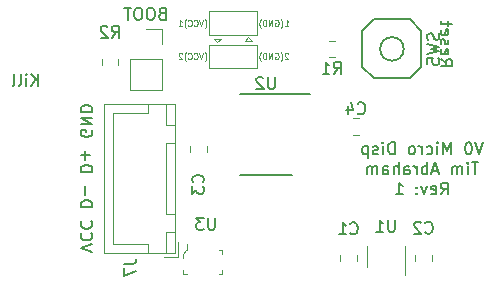
<source format=gbr>
G04 #@! TF.GenerationSoftware,KiCad,Pcbnew,(5.1.5)-3*
G04 #@! TF.CreationDate,2020-07-01T01:16:44-04:00*
G04 #@! TF.ProjectId,V0_Micro_Display,56305f4d-6963-4726-9f5f-446973706c61,rev?*
G04 #@! TF.SameCoordinates,Original*
G04 #@! TF.FileFunction,Legend,Bot*
G04 #@! TF.FilePolarity,Positive*
%FSLAX46Y46*%
G04 Gerber Fmt 4.6, Leading zero omitted, Abs format (unit mm)*
G04 Created by KiCad (PCBNEW (5.1.5)-3) date 2020-07-01 01:16:44*
%MOMM*%
%LPD*%
G04 APERTURE LIST*
%ADD10C,0.200000*%
%ADD11C,0.150000*%
%ADD12C,0.100000*%
%ADD13C,0.120000*%
G04 APERTURE END LIST*
D10*
X18374666Y-680380D02*
X18041333Y-1680380D01*
X17708000Y-680380D01*
X17184190Y-680380D02*
X17088952Y-680380D01*
X16993714Y-728000D01*
X16946095Y-775619D01*
X16898476Y-870857D01*
X16850857Y-1061333D01*
X16850857Y-1299428D01*
X16898476Y-1489904D01*
X16946095Y-1585142D01*
X16993714Y-1632761D01*
X17088952Y-1680380D01*
X17184190Y-1680380D01*
X17279428Y-1632761D01*
X17327047Y-1585142D01*
X17374666Y-1489904D01*
X17422285Y-1299428D01*
X17422285Y-1061333D01*
X17374666Y-870857D01*
X17327047Y-775619D01*
X17279428Y-728000D01*
X17184190Y-680380D01*
X15660380Y-1680380D02*
X15660380Y-680380D01*
X15327047Y-1394666D01*
X14993714Y-680380D01*
X14993714Y-1680380D01*
X14517523Y-1680380D02*
X14517523Y-1013714D01*
X14517523Y-680380D02*
X14565142Y-728000D01*
X14517523Y-775619D01*
X14469904Y-728000D01*
X14517523Y-680380D01*
X14517523Y-775619D01*
X13612761Y-1632761D02*
X13708000Y-1680380D01*
X13898476Y-1680380D01*
X13993714Y-1632761D01*
X14041333Y-1585142D01*
X14088952Y-1489904D01*
X14088952Y-1204190D01*
X14041333Y-1108952D01*
X13993714Y-1061333D01*
X13898476Y-1013714D01*
X13708000Y-1013714D01*
X13612761Y-1061333D01*
X13184190Y-1680380D02*
X13184190Y-1013714D01*
X13184190Y-1204190D02*
X13136571Y-1108952D01*
X13088952Y-1061333D01*
X12993714Y-1013714D01*
X12898476Y-1013714D01*
X12422285Y-1680380D02*
X12517523Y-1632761D01*
X12565142Y-1585142D01*
X12612761Y-1489904D01*
X12612761Y-1204190D01*
X12565142Y-1108952D01*
X12517523Y-1061333D01*
X12422285Y-1013714D01*
X12279428Y-1013714D01*
X12184190Y-1061333D01*
X12136571Y-1108952D01*
X12088952Y-1204190D01*
X12088952Y-1489904D01*
X12136571Y-1585142D01*
X12184190Y-1632761D01*
X12279428Y-1680380D01*
X12422285Y-1680380D01*
X10898476Y-1680380D02*
X10898476Y-680380D01*
X10660380Y-680380D01*
X10517523Y-728000D01*
X10422285Y-823238D01*
X10374666Y-918476D01*
X10327047Y-1108952D01*
X10327047Y-1251809D01*
X10374666Y-1442285D01*
X10422285Y-1537523D01*
X10517523Y-1632761D01*
X10660380Y-1680380D01*
X10898476Y-1680380D01*
X9898476Y-1680380D02*
X9898476Y-1013714D01*
X9898476Y-680380D02*
X9946095Y-728000D01*
X9898476Y-775619D01*
X9850857Y-728000D01*
X9898476Y-680380D01*
X9898476Y-775619D01*
X9469904Y-1632761D02*
X9374666Y-1680380D01*
X9184190Y-1680380D01*
X9088952Y-1632761D01*
X9041333Y-1537523D01*
X9041333Y-1489904D01*
X9088952Y-1394666D01*
X9184190Y-1347047D01*
X9327047Y-1347047D01*
X9422285Y-1299428D01*
X9469904Y-1204190D01*
X9469904Y-1156571D01*
X9422285Y-1061333D01*
X9327047Y-1013714D01*
X9184190Y-1013714D01*
X9088952Y-1061333D01*
X8612761Y-1013714D02*
X8612761Y-2013714D01*
X8612761Y-1061333D02*
X8517523Y-1013714D01*
X8327047Y-1013714D01*
X8231809Y-1061333D01*
X8184190Y-1108952D01*
X8136571Y-1204190D01*
X8136571Y-1489904D01*
X8184190Y-1585142D01*
X8231809Y-1632761D01*
X8327047Y-1680380D01*
X8517523Y-1680380D01*
X8612761Y-1632761D01*
X17993714Y-2380380D02*
X17422285Y-2380380D01*
X17708000Y-3380380D02*
X17708000Y-2380380D01*
X17088952Y-3380380D02*
X17088952Y-2713714D01*
X17088952Y-2380380D02*
X17136571Y-2428000D01*
X17088952Y-2475619D01*
X17041333Y-2428000D01*
X17088952Y-2380380D01*
X17088952Y-2475619D01*
X16612761Y-3380380D02*
X16612761Y-2713714D01*
X16612761Y-2808952D02*
X16565142Y-2761333D01*
X16469904Y-2713714D01*
X16327047Y-2713714D01*
X16231809Y-2761333D01*
X16184190Y-2856571D01*
X16184190Y-3380380D01*
X16184190Y-2856571D02*
X16136571Y-2761333D01*
X16041333Y-2713714D01*
X15898476Y-2713714D01*
X15803238Y-2761333D01*
X15755619Y-2856571D01*
X15755619Y-3380380D01*
X14565142Y-3094666D02*
X14088952Y-3094666D01*
X14660380Y-3380380D02*
X14327047Y-2380380D01*
X13993714Y-3380380D01*
X13660380Y-3380380D02*
X13660380Y-2380380D01*
X13660380Y-2761333D02*
X13565142Y-2713714D01*
X13374666Y-2713714D01*
X13279428Y-2761333D01*
X13231809Y-2808952D01*
X13184190Y-2904190D01*
X13184190Y-3189904D01*
X13231809Y-3285142D01*
X13279428Y-3332761D01*
X13374666Y-3380380D01*
X13565142Y-3380380D01*
X13660380Y-3332761D01*
X12755619Y-3380380D02*
X12755619Y-2713714D01*
X12755619Y-2904190D02*
X12708000Y-2808952D01*
X12660380Y-2761333D01*
X12565142Y-2713714D01*
X12469904Y-2713714D01*
X11708000Y-3380380D02*
X11708000Y-2856571D01*
X11755619Y-2761333D01*
X11850857Y-2713714D01*
X12041333Y-2713714D01*
X12136571Y-2761333D01*
X11708000Y-3332761D02*
X11803238Y-3380380D01*
X12041333Y-3380380D01*
X12136571Y-3332761D01*
X12184190Y-3237523D01*
X12184190Y-3142285D01*
X12136571Y-3047047D01*
X12041333Y-2999428D01*
X11803238Y-2999428D01*
X11708000Y-2951809D01*
X11231809Y-3380380D02*
X11231809Y-2380380D01*
X10803238Y-3380380D02*
X10803238Y-2856571D01*
X10850857Y-2761333D01*
X10946095Y-2713714D01*
X11088952Y-2713714D01*
X11184190Y-2761333D01*
X11231809Y-2808952D01*
X9898476Y-3380380D02*
X9898476Y-2856571D01*
X9946095Y-2761333D01*
X10041333Y-2713714D01*
X10231809Y-2713714D01*
X10327047Y-2761333D01*
X9898476Y-3332761D02*
X9993714Y-3380380D01*
X10231809Y-3380380D01*
X10327047Y-3332761D01*
X10374666Y-3237523D01*
X10374666Y-3142285D01*
X10327047Y-3047047D01*
X10231809Y-2999428D01*
X9993714Y-2999428D01*
X9898476Y-2951809D01*
X9422285Y-3380380D02*
X9422285Y-2713714D01*
X9422285Y-2808952D02*
X9374666Y-2761333D01*
X9279428Y-2713714D01*
X9136571Y-2713714D01*
X9041333Y-2761333D01*
X8993714Y-2856571D01*
X8993714Y-3380380D01*
X8993714Y-2856571D02*
X8946095Y-2761333D01*
X8850857Y-2713714D01*
X8708000Y-2713714D01*
X8612761Y-2761333D01*
X8565142Y-2856571D01*
X8565142Y-3380380D01*
X14803238Y-5080380D02*
X15136571Y-4604190D01*
X15374666Y-5080380D02*
X15374666Y-4080380D01*
X14993714Y-4080380D01*
X14898476Y-4128000D01*
X14850857Y-4175619D01*
X14803238Y-4270857D01*
X14803238Y-4413714D01*
X14850857Y-4508952D01*
X14898476Y-4556571D01*
X14993714Y-4604190D01*
X15374666Y-4604190D01*
X13993714Y-5032761D02*
X14088952Y-5080380D01*
X14279428Y-5080380D01*
X14374666Y-5032761D01*
X14422285Y-4937523D01*
X14422285Y-4556571D01*
X14374666Y-4461333D01*
X14279428Y-4413714D01*
X14088952Y-4413714D01*
X13993714Y-4461333D01*
X13946095Y-4556571D01*
X13946095Y-4651809D01*
X14422285Y-4747047D01*
X13612761Y-4413714D02*
X13374666Y-5080380D01*
X13136571Y-4413714D01*
X12755619Y-4985142D02*
X12708000Y-5032761D01*
X12755619Y-5080380D01*
X12803238Y-5032761D01*
X12755619Y-4985142D01*
X12755619Y-5080380D01*
X12755619Y-4461333D02*
X12708000Y-4508952D01*
X12755619Y-4556571D01*
X12803238Y-4508952D01*
X12755619Y-4461333D01*
X12755619Y-4556571D01*
X10993714Y-5080380D02*
X11565142Y-5080380D01*
X11279428Y-5080380D02*
X11279428Y-4080380D01*
X11374666Y-4223238D01*
X11469904Y-4318476D01*
X11565142Y-4366095D01*
D11*
X-14692380Y-9928095D02*
X-15692380Y-9594761D01*
X-14692380Y-9261428D01*
X-15597142Y-8356666D02*
X-15644761Y-8404285D01*
X-15692380Y-8547142D01*
X-15692380Y-8642380D01*
X-15644761Y-8785238D01*
X-15549523Y-8880476D01*
X-15454285Y-8928095D01*
X-15263809Y-8975714D01*
X-15120952Y-8975714D01*
X-14930476Y-8928095D01*
X-14835238Y-8880476D01*
X-14740000Y-8785238D01*
X-14692380Y-8642380D01*
X-14692380Y-8547142D01*
X-14740000Y-8404285D01*
X-14787619Y-8356666D01*
X-15597142Y-7356666D02*
X-15644761Y-7404285D01*
X-15692380Y-7547142D01*
X-15692380Y-7642380D01*
X-15644761Y-7785238D01*
X-15549523Y-7880476D01*
X-15454285Y-7928095D01*
X-15263809Y-7975714D01*
X-15120952Y-7975714D01*
X-14930476Y-7928095D01*
X-14835238Y-7880476D01*
X-14740000Y-7785238D01*
X-14692380Y-7642380D01*
X-14692380Y-7547142D01*
X-14740000Y-7404285D01*
X-14787619Y-7356666D01*
X-15692380Y-6166190D02*
X-14692380Y-6166190D01*
X-14692380Y-5928095D01*
X-14740000Y-5785238D01*
X-14835238Y-5690000D01*
X-14930476Y-5642380D01*
X-15120952Y-5594761D01*
X-15263809Y-5594761D01*
X-15454285Y-5642380D01*
X-15549523Y-5690000D01*
X-15644761Y-5785238D01*
X-15692380Y-5928095D01*
X-15692380Y-6166190D01*
X-15311428Y-5166190D02*
X-15311428Y-4404285D01*
X-15692380Y-3166190D02*
X-14692380Y-3166190D01*
X-14692380Y-2928095D01*
X-14740000Y-2785238D01*
X-14835238Y-2690000D01*
X-14930476Y-2642380D01*
X-15120952Y-2594761D01*
X-15263809Y-2594761D01*
X-15454285Y-2642380D01*
X-15549523Y-2690000D01*
X-15644761Y-2785238D01*
X-15692380Y-2928095D01*
X-15692380Y-3166190D01*
X-15311428Y-2166190D02*
X-15311428Y-1404285D01*
X-15692380Y-1785238D02*
X-14930476Y-1785238D01*
X-14740000Y357619D02*
X-14692380Y262380D01*
X-14692380Y119523D01*
X-14740000Y-23333D01*
X-14835238Y-118571D01*
X-14930476Y-166190D01*
X-15120952Y-213809D01*
X-15263809Y-213809D01*
X-15454285Y-166190D01*
X-15549523Y-118571D01*
X-15644761Y-23333D01*
X-15692380Y119523D01*
X-15692380Y214761D01*
X-15644761Y357619D01*
X-15597142Y405238D01*
X-15263809Y405238D01*
X-15263809Y214761D01*
X-15692380Y833809D02*
X-14692380Y833809D01*
X-15692380Y1405238D01*
X-14692380Y1405238D01*
X-15692380Y1881428D02*
X-14692380Y1881428D01*
X-14692380Y2119523D01*
X-14739999Y2262380D01*
X-14835238Y2357619D01*
X-14930476Y2405238D01*
X-15120952Y2452857D01*
X-15263809Y2452857D01*
X-15454285Y2405238D01*
X-15549523Y2357619D01*
X-15644761Y2262380D01*
X-15692380Y2119523D01*
X-15692380Y1881428D01*
X-19296190Y4119619D02*
X-19296190Y5119619D01*
X-19867619Y4119619D02*
X-19439047Y4691047D01*
X-19867619Y5119619D02*
X-19296190Y4548190D01*
X-20296190Y4119619D02*
X-20296190Y4786285D01*
X-20296190Y5119619D02*
X-20248571Y5072000D01*
X-20296190Y5024380D01*
X-20343809Y5072000D01*
X-20296190Y5119619D01*
X-20296190Y5024380D01*
X-20915238Y4119619D02*
X-20820000Y4167238D01*
X-20772380Y4262476D01*
X-20772380Y5119619D01*
X-21439047Y4119619D02*
X-21343809Y4167238D01*
X-21296190Y4262476D01*
X-21296190Y5119619D01*
X14787619Y6381904D02*
X15263809Y6048571D01*
X14787619Y5810476D02*
X15787619Y5810476D01*
X15787619Y6191428D01*
X15740000Y6286666D01*
X15692380Y6334285D01*
X15597142Y6381904D01*
X15454285Y6381904D01*
X15359047Y6334285D01*
X15311428Y6286666D01*
X15263809Y6191428D01*
X15263809Y5810476D01*
X14835238Y7191428D02*
X14787619Y7096190D01*
X14787619Y6905714D01*
X14835238Y6810476D01*
X14930476Y6762857D01*
X15311428Y6762857D01*
X15406666Y6810476D01*
X15454285Y6905714D01*
X15454285Y7096190D01*
X15406666Y7191428D01*
X15311428Y7239047D01*
X15216190Y7239047D01*
X15120952Y6762857D01*
X14835238Y7620000D02*
X14787619Y7715238D01*
X14787619Y7905714D01*
X14835238Y8000952D01*
X14930476Y8048571D01*
X14978095Y8048571D01*
X15073333Y8000952D01*
X15120952Y7905714D01*
X15120952Y7762857D01*
X15168571Y7667619D01*
X15263809Y7620000D01*
X15311428Y7620000D01*
X15406666Y7667619D01*
X15454285Y7762857D01*
X15454285Y7905714D01*
X15406666Y8000952D01*
X14835238Y8858095D02*
X14787619Y8762857D01*
X14787619Y8572380D01*
X14835238Y8477142D01*
X14930476Y8429523D01*
X15311428Y8429523D01*
X15406666Y8477142D01*
X15454285Y8572380D01*
X15454285Y8762857D01*
X15406666Y8858095D01*
X15311428Y8905714D01*
X15216190Y8905714D01*
X15120952Y8429523D01*
X15454285Y9191428D02*
X15454285Y9572380D01*
X15787619Y9334285D02*
X14930476Y9334285D01*
X14835238Y9381904D01*
X14787619Y9477142D01*
X14787619Y9572380D01*
X-8802857Y10231428D02*
X-8945714Y10183809D01*
X-8993333Y10136190D01*
X-9040952Y10040952D01*
X-9040952Y9898095D01*
X-8993333Y9802857D01*
X-8945714Y9755238D01*
X-8850476Y9707619D01*
X-8469523Y9707619D01*
X-8469523Y10707619D01*
X-8802857Y10707619D01*
X-8898095Y10660000D01*
X-8945714Y10612380D01*
X-8993333Y10517142D01*
X-8993333Y10421904D01*
X-8945714Y10326666D01*
X-8898095Y10279047D01*
X-8802857Y10231428D01*
X-8469523Y10231428D01*
X-9660000Y10707619D02*
X-9850476Y10707619D01*
X-9945714Y10660000D01*
X-10040952Y10564761D01*
X-10088571Y10374285D01*
X-10088571Y10040952D01*
X-10040952Y9850476D01*
X-9945714Y9755238D01*
X-9850476Y9707619D01*
X-9660000Y9707619D01*
X-9564761Y9755238D01*
X-9469523Y9850476D01*
X-9421904Y10040952D01*
X-9421904Y10374285D01*
X-9469523Y10564761D01*
X-9564761Y10660000D01*
X-9660000Y10707619D01*
X-10707619Y10707619D02*
X-10898095Y10707619D01*
X-10993333Y10660000D01*
X-11088571Y10564761D01*
X-11136190Y10374285D01*
X-11136190Y10040952D01*
X-11088571Y9850476D01*
X-10993333Y9755238D01*
X-10898095Y9707619D01*
X-10707619Y9707619D01*
X-10612380Y9755238D01*
X-10517142Y9850476D01*
X-10469523Y10040952D01*
X-10469523Y10374285D01*
X-10517142Y10564761D01*
X-10612380Y10660000D01*
X-10707619Y10707619D01*
X-11421904Y10707619D02*
X-11993333Y10707619D01*
X-11707619Y9707619D02*
X-11707619Y10707619D01*
D12*
X-5176190Y8983333D02*
X-5152380Y9007142D01*
X-5104761Y9078571D01*
X-5080952Y9126190D01*
X-5057142Y9197619D01*
X-5033333Y9316666D01*
X-5033333Y9411904D01*
X-5057142Y9530952D01*
X-5080952Y9602380D01*
X-5104761Y9650000D01*
X-5152380Y9721428D01*
X-5176190Y9745238D01*
X-5295238Y9673809D02*
X-5461904Y9173809D01*
X-5628571Y9673809D01*
X-6080952Y9221428D02*
X-6057142Y9197619D01*
X-5985714Y9173809D01*
X-5938095Y9173809D01*
X-5866666Y9197619D01*
X-5819047Y9245238D01*
X-5795238Y9292857D01*
X-5771428Y9388095D01*
X-5771428Y9459523D01*
X-5795238Y9554761D01*
X-5819047Y9602380D01*
X-5866666Y9650000D01*
X-5938095Y9673809D01*
X-5985714Y9673809D01*
X-6057142Y9650000D01*
X-6080952Y9626190D01*
X-6580952Y9221428D02*
X-6557142Y9197619D01*
X-6485714Y9173809D01*
X-6438095Y9173809D01*
X-6366666Y9197619D01*
X-6319047Y9245238D01*
X-6295238Y9292857D01*
X-6271428Y9388095D01*
X-6271428Y9459523D01*
X-6295238Y9554761D01*
X-6319047Y9602380D01*
X-6366666Y9650000D01*
X-6438095Y9673809D01*
X-6485714Y9673809D01*
X-6557142Y9650000D01*
X-6580952Y9626190D01*
X-6747619Y8983333D02*
X-6771428Y9007142D01*
X-6819047Y9078571D01*
X-6842857Y9126190D01*
X-6866666Y9197619D01*
X-6890476Y9316666D01*
X-6890476Y9411904D01*
X-6866666Y9530952D01*
X-6842857Y9602380D01*
X-6819047Y9650000D01*
X-6771428Y9721428D01*
X-6747619Y9745238D01*
X-7390476Y9173809D02*
X-7104761Y9173809D01*
X-7247619Y9173809D02*
X-7247619Y9673809D01*
X-7200000Y9602380D01*
X-7152380Y9554761D01*
X-7104761Y9530952D01*
X-5176190Y6183333D02*
X-5152380Y6207142D01*
X-5104761Y6278571D01*
X-5080952Y6326190D01*
X-5057142Y6397619D01*
X-5033333Y6516666D01*
X-5033333Y6611904D01*
X-5057142Y6730952D01*
X-5080952Y6802380D01*
X-5104761Y6850000D01*
X-5152380Y6921428D01*
X-5176190Y6945238D01*
X-5295238Y6873809D02*
X-5461904Y6373809D01*
X-5628571Y6873809D01*
X-6080952Y6421428D02*
X-6057142Y6397619D01*
X-5985714Y6373809D01*
X-5938095Y6373809D01*
X-5866666Y6397619D01*
X-5819047Y6445238D01*
X-5795238Y6492857D01*
X-5771428Y6588095D01*
X-5771428Y6659523D01*
X-5795238Y6754761D01*
X-5819047Y6802380D01*
X-5866666Y6850000D01*
X-5938095Y6873809D01*
X-5985714Y6873809D01*
X-6057142Y6850000D01*
X-6080952Y6826190D01*
X-6580952Y6421428D02*
X-6557142Y6397619D01*
X-6485714Y6373809D01*
X-6438095Y6373809D01*
X-6366666Y6397619D01*
X-6319047Y6445238D01*
X-6295238Y6492857D01*
X-6271428Y6588095D01*
X-6271428Y6659523D01*
X-6295238Y6754761D01*
X-6319047Y6802380D01*
X-6366666Y6850000D01*
X-6438095Y6873809D01*
X-6485714Y6873809D01*
X-6557142Y6850000D01*
X-6580952Y6826190D01*
X-6747619Y6183333D02*
X-6771428Y6207142D01*
X-6819047Y6278571D01*
X-6842857Y6326190D01*
X-6866666Y6397619D01*
X-6890476Y6516666D01*
X-6890476Y6611904D01*
X-6866666Y6730952D01*
X-6842857Y6802380D01*
X-6819047Y6850000D01*
X-6771428Y6921428D01*
X-6747619Y6945238D01*
X-7104761Y6826190D02*
X-7128571Y6850000D01*
X-7176190Y6873809D01*
X-7295238Y6873809D01*
X-7342857Y6850000D01*
X-7366666Y6826190D01*
X-7390476Y6778571D01*
X-7390476Y6730952D01*
X-7366666Y6659523D01*
X-7080952Y6373809D01*
X-7390476Y6373809D01*
X1888095Y6826190D02*
X1864285Y6850000D01*
X1816666Y6873809D01*
X1697619Y6873809D01*
X1649999Y6850000D01*
X1626190Y6826190D01*
X1602380Y6778571D01*
X1602380Y6730952D01*
X1626190Y6659523D01*
X1911904Y6373809D01*
X1602380Y6373809D01*
X1245238Y6183333D02*
X1269047Y6207142D01*
X1316666Y6278571D01*
X1340476Y6326190D01*
X1364285Y6397619D01*
X1388095Y6516666D01*
X1388095Y6611904D01*
X1364285Y6730952D01*
X1340476Y6802380D01*
X1316666Y6850000D01*
X1269047Y6921428D01*
X1245238Y6945238D01*
X792857Y6850000D02*
X840476Y6873809D01*
X911904Y6873809D01*
X983333Y6850000D01*
X1030952Y6802380D01*
X1054761Y6754761D01*
X1078571Y6659523D01*
X1078571Y6588095D01*
X1054761Y6492857D01*
X1030952Y6445238D01*
X983333Y6397619D01*
X911904Y6373809D01*
X864285Y6373809D01*
X792857Y6397619D01*
X769047Y6421428D01*
X769047Y6588095D01*
X864285Y6588095D01*
X554761Y6373809D02*
X554761Y6873809D01*
X269047Y6373809D01*
X269047Y6873809D01*
X30952Y6373809D02*
X30952Y6873809D01*
X-88095Y6873809D01*
X-159523Y6850000D01*
X-207142Y6802380D01*
X-230952Y6754761D01*
X-254761Y6659523D01*
X-254761Y6588095D01*
X-230952Y6492857D01*
X-207142Y6445238D01*
X-159523Y6397619D01*
X-88095Y6373809D01*
X30952Y6373809D01*
X-421428Y6183333D02*
X-445238Y6207142D01*
X-492857Y6278571D01*
X-516666Y6326190D01*
X-540476Y6397619D01*
X-564285Y6516666D01*
X-564285Y6611904D01*
X-540476Y6730952D01*
X-516666Y6802380D01*
X-492857Y6850000D01*
X-445238Y6921428D01*
X-421428Y6945238D01*
X1602380Y9173809D02*
X1888095Y9173809D01*
X1745238Y9173809D02*
X1745238Y9673809D01*
X1792857Y9602380D01*
X1840476Y9554761D01*
X1888095Y9530952D01*
X1245238Y8983333D02*
X1269047Y9007142D01*
X1316666Y9078571D01*
X1340476Y9126190D01*
X1364285Y9197619D01*
X1388095Y9316666D01*
X1388095Y9411904D01*
X1364285Y9530952D01*
X1340476Y9602380D01*
X1316666Y9650000D01*
X1269047Y9721428D01*
X1245238Y9745238D01*
X792857Y9650000D02*
X840476Y9673809D01*
X911904Y9673809D01*
X983333Y9650000D01*
X1030952Y9602380D01*
X1054761Y9554761D01*
X1078571Y9459523D01*
X1078571Y9388095D01*
X1054761Y9292857D01*
X1030952Y9245238D01*
X983333Y9197619D01*
X911904Y9173809D01*
X864285Y9173809D01*
X792857Y9197619D01*
X769047Y9221428D01*
X769047Y9388095D01*
X864285Y9388095D01*
X554761Y9173809D02*
X554761Y9673809D01*
X269047Y9173809D01*
X269047Y9673809D01*
X30952Y9173809D02*
X30952Y9673809D01*
X-88095Y9673809D01*
X-159523Y9650000D01*
X-207142Y9602380D01*
X-230952Y9554761D01*
X-254761Y9459523D01*
X-254761Y9388095D01*
X-230952Y9292857D01*
X-207142Y9245238D01*
X-159523Y9197619D01*
X-88095Y9173809D01*
X30952Y9173809D01*
X-421428Y8983333D02*
X-445238Y9007142D01*
X-492857Y9078571D01*
X-516666Y9126190D01*
X-540476Y9197619D01*
X-564285Y9316666D01*
X-564285Y9411904D01*
X-540476Y9530952D01*
X-516666Y9602380D01*
X-492857Y9650000D01*
X-445238Y9721428D01*
X-421428Y9745238D01*
D11*
X12168000Y4732000D02*
X13168000Y5732000D01*
X9168000Y9732000D02*
X8168000Y8732000D01*
X13168000Y8732000D02*
X12168000Y9732000D01*
X8168000Y5732000D02*
X9168000Y4732000D01*
X11668000Y7232000D02*
G75*
G03X11668000Y7232000I-1000000J0D01*
G01*
X8168000Y5732000D02*
X8168000Y8732000D01*
X12168000Y4732000D02*
X9168000Y4732000D01*
X13168000Y8732000D02*
X13168000Y5732000D01*
X9168000Y9732000D02*
X12168000Y9732000D01*
D12*
X-6984000Y-10120000D02*
X-6984000Y-10495000D01*
X-6659000Y-9795000D02*
X-6659000Y-9270000D01*
X-6759000Y-9795000D02*
X-6659000Y-9795000D01*
X-6984000Y-10120000D02*
X-6759000Y-9795000D01*
X-3684000Y-11795000D02*
X-3684000Y-11470000D01*
X-3984000Y-11795000D02*
X-3684000Y-11795000D01*
X-3684000Y-9795000D02*
X-3684000Y-10095000D01*
X-4009000Y-9795000D02*
X-3684000Y-9795000D01*
X-6984000Y-11795000D02*
X-6984000Y-11495000D01*
X-6659000Y-11795000D02*
X-6984000Y-11795000D01*
D13*
X11770000Y-9430000D02*
X11770000Y-11880000D01*
X8550000Y-11230000D02*
X8550000Y-9430000D01*
X-13918000Y5837422D02*
X-13918000Y6354578D01*
X-12498000Y5837422D02*
X-12498000Y6354578D01*
X5329422Y7942000D02*
X5846578Y7942000D01*
X5329422Y6522000D02*
X5846578Y6522000D01*
X-8830000Y8950000D02*
X-10160000Y8950000D01*
X-8830000Y7620000D02*
X-8830000Y8950000D01*
X-8830000Y6350000D02*
X-11490000Y6350000D01*
X-11490000Y6350000D02*
X-11490000Y3750000D01*
X-8830000Y6350000D02*
X-8830000Y3750000D01*
X-8830000Y3750000D02*
X-11490000Y3750000D01*
X7361422Y1345000D02*
X7878578Y1345000D01*
X7361422Y-75000D02*
X7878578Y-75000D01*
X-5005000Y-1528578D02*
X-5005000Y-1011422D01*
X-6425000Y-1528578D02*
X-6425000Y-1011422D01*
X14045000Y-10233922D02*
X14045000Y-10751078D01*
X12625000Y-10233922D02*
X12625000Y-10751078D01*
X6275000Y-10751078D02*
X6275000Y-10233922D01*
X7695000Y-10751078D02*
X7695000Y-10233922D01*
X-7410000Y-10350000D02*
X-8660000Y-10350000D01*
X-7410000Y-9100000D02*
X-7410000Y-10350000D01*
X-12910000Y1800000D02*
X-12910000Y-3750000D01*
X-9960000Y1800000D02*
X-12910000Y1800000D01*
X-9960000Y2550000D02*
X-9960000Y1800000D01*
X-12910000Y-9300000D02*
X-12910000Y-3750000D01*
X-9960000Y-9300000D02*
X-12910000Y-9300000D01*
X-9960000Y-10050000D02*
X-9960000Y-9300000D01*
X-7710000Y2550000D02*
X-7710000Y750000D01*
X-8460000Y2550000D02*
X-7710000Y2550000D01*
X-8460000Y750000D02*
X-8460000Y2550000D01*
X-7710000Y750000D02*
X-8460000Y750000D01*
X-7710000Y-8250000D02*
X-7710000Y-10050000D01*
X-8460000Y-8250000D02*
X-7710000Y-8250000D01*
X-8460000Y-10050000D02*
X-8460000Y-8250000D01*
X-7710000Y-10050000D02*
X-8460000Y-10050000D01*
X-7710000Y-750000D02*
X-7710000Y-6750000D01*
X-8460000Y-750000D02*
X-7710000Y-750000D01*
X-8460000Y-6750000D02*
X-8460000Y-750000D01*
X-7710000Y-6750000D02*
X-8460000Y-6750000D01*
X-7700000Y2560000D02*
X-7700000Y-10060000D01*
X-13670000Y2560000D02*
X-7700000Y2560000D01*
X-13670000Y-10060000D02*
X-13670000Y2560000D01*
X-7700000Y-10060000D02*
X-13670000Y-10060000D01*
D11*
X2225000Y-3450000D02*
X-2225000Y-3450000D01*
X3750000Y3450000D02*
X-2225000Y3450000D01*
D13*
X-1500000Y8200000D02*
X-1800000Y7900000D01*
X-1200000Y7900000D02*
X-1800000Y7900000D01*
X-1500000Y8200000D02*
X-1200000Y7900000D01*
X-750000Y8400000D02*
X-750000Y10400000D01*
X-4850000Y8400000D02*
X-750000Y8400000D01*
X-4850000Y10400000D02*
X-4850000Y8400000D01*
X-750000Y10400000D02*
X-4850000Y10400000D01*
X-4850000Y5600000D02*
X-750000Y5600000D01*
X-750000Y5600000D02*
X-750000Y7600000D01*
X-750000Y7600000D02*
X-4850000Y7600000D01*
X-4850000Y7600000D02*
X-4850000Y5600000D01*
X-4100000Y7800000D02*
X-4400000Y8100000D01*
X-4400000Y8100000D02*
X-3800000Y8100000D01*
X-4100000Y7800000D02*
X-3800000Y8100000D01*
D11*
X14628761Y8565333D02*
X14676380Y8422476D01*
X14676380Y8184380D01*
X14628761Y8089142D01*
X14581142Y8041523D01*
X14485904Y7993904D01*
X14390666Y7993904D01*
X14295428Y8041523D01*
X14247809Y8089142D01*
X14200190Y8184380D01*
X14152571Y8374857D01*
X14104952Y8470095D01*
X14057333Y8517714D01*
X13962095Y8565333D01*
X13866857Y8565333D01*
X13771619Y8517714D01*
X13724000Y8470095D01*
X13676380Y8374857D01*
X13676380Y8136761D01*
X13724000Y7993904D01*
X13676380Y7660571D02*
X14676380Y7422476D01*
X13962095Y7232000D01*
X14676380Y7041523D01*
X13676380Y6803428D01*
X13676380Y5946285D02*
X13676380Y6422476D01*
X14152571Y6470095D01*
X14104952Y6422476D01*
X14057333Y6327238D01*
X14057333Y6089142D01*
X14104952Y5993904D01*
X14152571Y5946285D01*
X14247809Y5898666D01*
X14485904Y5898666D01*
X14581142Y5946285D01*
X14628761Y5993904D01*
X14676380Y6089142D01*
X14676380Y6327238D01*
X14628761Y6422476D01*
X14581142Y6470095D01*
X-4318095Y-7072380D02*
X-4318095Y-7881904D01*
X-4365714Y-7977142D01*
X-4413333Y-8024761D01*
X-4508571Y-8072380D01*
X-4699047Y-8072380D01*
X-4794285Y-8024761D01*
X-4841904Y-7977142D01*
X-4889523Y-7881904D01*
X-4889523Y-7072380D01*
X-5270476Y-7072380D02*
X-5889523Y-7072380D01*
X-5556190Y-7453333D01*
X-5699047Y-7453333D01*
X-5794285Y-7500952D01*
X-5841904Y-7548571D01*
X-5889523Y-7643809D01*
X-5889523Y-7881904D01*
X-5841904Y-7977142D01*
X-5794285Y-8024761D01*
X-5699047Y-8072380D01*
X-5413333Y-8072380D01*
X-5318095Y-8024761D01*
X-5270476Y-7977142D01*
X10921904Y-7242380D02*
X10921904Y-8051904D01*
X10874285Y-8147142D01*
X10826666Y-8194761D01*
X10731428Y-8242380D01*
X10540952Y-8242380D01*
X10445714Y-8194761D01*
X10398095Y-8147142D01*
X10350476Y-8051904D01*
X10350476Y-7242380D01*
X9350476Y-8242380D02*
X9921904Y-8242380D01*
X9636190Y-8242380D02*
X9636190Y-7242380D01*
X9731428Y-7385238D01*
X9826666Y-7480476D01*
X9921904Y-7528095D01*
X-13041333Y8183619D02*
X-12708000Y8659809D01*
X-12469904Y8183619D02*
X-12469904Y9183619D01*
X-12850857Y9183619D01*
X-12946095Y9136000D01*
X-12993714Y9088380D01*
X-13041333Y8993142D01*
X-13041333Y8850285D01*
X-12993714Y8755047D01*
X-12946095Y8707428D01*
X-12850857Y8659809D01*
X-12469904Y8659809D01*
X-13422285Y9088380D02*
X-13469904Y9136000D01*
X-13565142Y9183619D01*
X-13803238Y9183619D01*
X-13898476Y9136000D01*
X-13946095Y9088380D01*
X-13993714Y8993142D01*
X-13993714Y8897904D01*
X-13946095Y8755047D01*
X-13374666Y8183619D01*
X-13993714Y8183619D01*
X5754666Y5129619D02*
X6088000Y5605809D01*
X6326095Y5129619D02*
X6326095Y6129619D01*
X5945142Y6129619D01*
X5849904Y6082000D01*
X5802285Y6034380D01*
X5754666Y5939142D01*
X5754666Y5796285D01*
X5802285Y5701047D01*
X5849904Y5653428D01*
X5945142Y5605809D01*
X6326095Y5605809D01*
X4802285Y5129619D02*
X5373714Y5129619D01*
X5088000Y5129619D02*
X5088000Y6129619D01*
X5183238Y5986761D01*
X5278476Y5891523D01*
X5373714Y5843904D01*
X7786666Y1794857D02*
X7834285Y1747238D01*
X7977142Y1699619D01*
X8072380Y1699619D01*
X8215238Y1747238D01*
X8310476Y1842476D01*
X8358095Y1937714D01*
X8405714Y2128190D01*
X8405714Y2271047D01*
X8358095Y2461523D01*
X8310476Y2556761D01*
X8215238Y2652000D01*
X8072380Y2699619D01*
X7977142Y2699619D01*
X7834285Y2652000D01*
X7786666Y2604380D01*
X6929523Y2366285D02*
X6929523Y1699619D01*
X7167619Y2747238D02*
X7405714Y2032952D01*
X6786666Y2032952D01*
X-5357857Y-4073333D02*
X-5310238Y-4025714D01*
X-5262619Y-3882857D01*
X-5262619Y-3787619D01*
X-5310238Y-3644761D01*
X-5405476Y-3549523D01*
X-5500714Y-3501904D01*
X-5691190Y-3454285D01*
X-5834047Y-3454285D01*
X-6024523Y-3501904D01*
X-6119761Y-3549523D01*
X-6215000Y-3644761D01*
X-6262619Y-3787619D01*
X-6262619Y-3882857D01*
X-6215000Y-4025714D01*
X-6167380Y-4073333D01*
X-6262619Y-4406666D02*
X-6262619Y-5025714D01*
X-5881666Y-4692380D01*
X-5881666Y-4835238D01*
X-5834047Y-4930476D01*
X-5786428Y-4978095D01*
X-5691190Y-5025714D01*
X-5453095Y-5025714D01*
X-5357857Y-4978095D01*
X-5310238Y-4930476D01*
X-5262619Y-4835238D01*
X-5262619Y-4549523D01*
X-5310238Y-4454285D01*
X-5357857Y-4406666D01*
X13501666Y-8309642D02*
X13549285Y-8357261D01*
X13692142Y-8404880D01*
X13787380Y-8404880D01*
X13930238Y-8357261D01*
X14025476Y-8262023D01*
X14073095Y-8166785D01*
X14120714Y-7976309D01*
X14120714Y-7833452D01*
X14073095Y-7642976D01*
X14025476Y-7547738D01*
X13930238Y-7452500D01*
X13787380Y-7404880D01*
X13692142Y-7404880D01*
X13549285Y-7452500D01*
X13501666Y-7500119D01*
X13120714Y-7500119D02*
X13073095Y-7452500D01*
X12977857Y-7404880D01*
X12739761Y-7404880D01*
X12644523Y-7452500D01*
X12596904Y-7500119D01*
X12549285Y-7595357D01*
X12549285Y-7690595D01*
X12596904Y-7833452D01*
X13168333Y-8404880D01*
X12549285Y-8404880D01*
X7151666Y-8365142D02*
X7199285Y-8412761D01*
X7342142Y-8460380D01*
X7437380Y-8460380D01*
X7580238Y-8412761D01*
X7675476Y-8317523D01*
X7723095Y-8222285D01*
X7770714Y-8031809D01*
X7770714Y-7888952D01*
X7723095Y-7698476D01*
X7675476Y-7603238D01*
X7580238Y-7508000D01*
X7437380Y-7460380D01*
X7342142Y-7460380D01*
X7199285Y-7508000D01*
X7151666Y-7555619D01*
X6199285Y-8460380D02*
X6770714Y-8460380D01*
X6485000Y-8460380D02*
X6485000Y-7460380D01*
X6580238Y-7603238D01*
X6675476Y-7698476D01*
X6770714Y-7746095D01*
X-11977619Y-10976666D02*
X-11263333Y-10976666D01*
X-11120476Y-10929047D01*
X-11025238Y-10833809D01*
X-10977619Y-10690952D01*
X-10977619Y-10595714D01*
X-11977619Y-11357619D02*
X-11977619Y-12024285D01*
X-10977619Y-11595714D01*
X761904Y4847619D02*
X761904Y4038095D01*
X714285Y3942857D01*
X666666Y3895238D01*
X571428Y3847619D01*
X380952Y3847619D01*
X285714Y3895238D01*
X238095Y3942857D01*
X190476Y4038095D01*
X190476Y4847619D01*
X-238095Y4752380D02*
X-285714Y4800000D01*
X-380952Y4847619D01*
X-619047Y4847619D01*
X-714285Y4800000D01*
X-761904Y4752380D01*
X-809523Y4657142D01*
X-809523Y4561904D01*
X-761904Y4419047D01*
X-190476Y3847619D01*
X-809523Y3847619D01*
M02*

</source>
